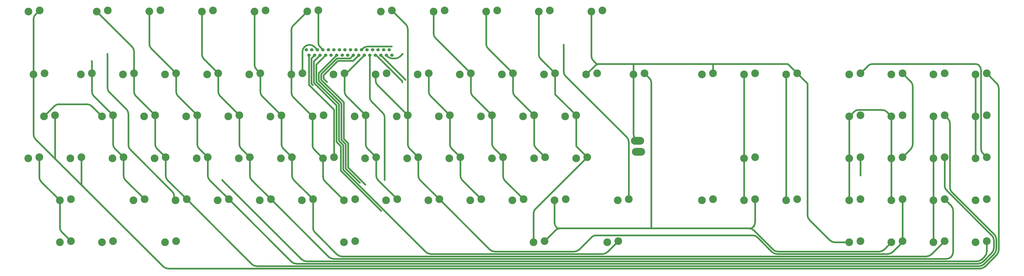
<source format=gbr>
%TF.GenerationSoftware,KiCad,Pcbnew,7.99.0-999-ge1db4e0694*%
%TF.CreationDate,2023-12-05T13:45:31-05:00*%
%TF.ProjectId,A1200KB,41313230-304b-4422-9e6b-696361645f70,rev?*%
%TF.SameCoordinates,Original*%
%TF.FileFunction,Copper,L2,Bot*%
%TF.FilePolarity,Positive*%
%FSLAX46Y46*%
G04 Gerber Fmt 4.6, Leading zero omitted, Abs format (unit mm)*
G04 Created by KiCad (PCBNEW 7.99.0-999-ge1db4e0694) date 2023-12-05 13:45:31*
%MOMM*%
%LPD*%
G01*
G04 APERTURE LIST*
%TA.AperFunction,ComponentPad*%
%ADD10C,3.500000*%
%TD*%
%TA.AperFunction,ComponentPad*%
%ADD11O,6.000000X3.500000*%
%TD*%
%TA.AperFunction,ComponentPad*%
%ADD12C,1.524000*%
%TD*%
%TA.AperFunction,ViaPad*%
%ADD13C,0.800000*%
%TD*%
%TA.AperFunction,Conductor*%
%ADD14C,0.800000*%
%TD*%
G04 APERTURE END LIST*
D10*
%TO.P,K1,1,COL*%
%TO.N,/15*%
X63358800Y-81111600D03*
%TO.P,K1,2,ROW*%
%TO.N,/7*%
X58358800Y-81611600D03*
%TD*%
%TO.P,K2,1,COL*%
%TO.N,/17*%
X89188050Y-81595400D03*
%TO.P,K2,2,ROW*%
%TO.N,/7*%
X94188050Y-81095400D03*
%TD*%
%TO.P,K3,1,COL*%
%TO.N,/18*%
X113000550Y-81583600D03*
%TO.P,K3,2,ROW*%
%TO.N,/7*%
X118000550Y-81083600D03*
%TD*%
%TO.P,K4,1,COL*%
%TO.N,/19*%
X136813050Y-81595400D03*
%TO.P,K4,2,ROW*%
%TO.N,/7*%
X141813050Y-81095400D03*
%TD*%
%TO.P,K5,1,COL*%
%TO.N,/20*%
X160625550Y-81595400D03*
%TO.P,K5,2,ROW*%
%TO.N,/7*%
X165625550Y-81095400D03*
%TD*%
%TO.P,K6,1,COL*%
%TO.N,/21*%
X184438050Y-81583600D03*
%TO.P,K6,2,ROW*%
%TO.N,/7*%
X189438050Y-81083600D03*
%TD*%
%TO.P,K7,1,COL*%
%TO.N,/7*%
X217775550Y-81595400D03*
%TO.P,K7,2,ROW*%
%TO.N,/23*%
X222775550Y-81095400D03*
%TD*%
%TO.P,K8,1,COL*%
%TO.N,/25*%
X241588050Y-81595400D03*
%TO.P,K8,2,ROW*%
%TO.N,/7*%
X246588050Y-81095400D03*
%TD*%
%TO.P,K9,1,COL*%
%TO.N,/26*%
X265400550Y-81595400D03*
%TO.P,K9,2,ROW*%
%TO.N,/7*%
X270400550Y-81095400D03*
%TD*%
%TO.P,K10,1,COL*%
%TO.N,/27*%
X289213050Y-81595400D03*
%TO.P,K10,2,ROW*%
%TO.N,/7*%
X294213050Y-81095400D03*
%TD*%
%TO.P,K11,1,COL*%
%TO.N,/28*%
X313025550Y-81595400D03*
%TO.P,K11,2,ROW*%
%TO.N,/7*%
X318025550Y-81095400D03*
%TD*%
%TO.P,K27,1,COL*%
%TO.N,/28*%
X368031800Y-109670400D03*
%TO.P,K27,2,ROW*%
%TO.N,/2*%
X363031800Y-110170400D03*
%TD*%
%TO.P,K29,1,COL*%
%TO.N,/16*%
X434706800Y-109670400D03*
%TO.P,K29,2,ROW*%
%TO.N,/7*%
X429706800Y-110170400D03*
%TD*%
%TO.P,K30,1,COL*%
%TO.N,/22*%
X453756800Y-109670400D03*
%TO.P,K30,2,ROW*%
%TO.N,/7*%
X448756800Y-110170400D03*
%TD*%
%TO.P,K31,1,COL*%
%TO.N,/24*%
X472806800Y-109670400D03*
%TO.P,K31,2,ROW*%
%TO.N,/7*%
X467806800Y-110170400D03*
%TD*%
%TO.P,K32,1,COL*%
%TO.N,/15*%
X491856800Y-109670400D03*
%TO.P,K32,2,ROW*%
%TO.N,/4*%
X486856800Y-110170400D03*
%TD*%
%TO.P,K47,1,COL*%
%TO.N,/25*%
X434706800Y-128720400D03*
%TO.P,K47,2,ROW*%
%TO.N,/4*%
X429706800Y-129220400D03*
%TD*%
%TO.P,K48,1,COL*%
%TO.N,/21*%
X453756800Y-128720400D03*
%TO.P,K48,2,ROW*%
%TO.N,/4*%
X448756800Y-129220400D03*
%TD*%
%TO.P,K49,1,COL*%
%TO.N,/17*%
X472806800Y-128720400D03*
%TO.P,K49,2,ROW*%
%TO.N,/4*%
X467806800Y-129220400D03*
%TD*%
%TO.P,K50,1,COL*%
%TO.N,/29*%
X491856800Y-128720400D03*
%TO.P,K50,2,ROW*%
%TO.N,/4*%
X486856800Y-129220400D03*
%TD*%
%TO.P,K65,1,COL*%
%TO.N,/5*%
X387081800Y-147770400D03*
%TO.P,K65,2,ROW*%
%TO.N,/29*%
X382081800Y-148270400D03*
%TD*%
%TO.P,K66,1,COL*%
%TO.N,/26*%
X434706800Y-147770400D03*
%TO.P,K66,2,ROW*%
%TO.N,/4*%
X429706800Y-148270400D03*
%TD*%
%TO.P,K67,1,COL*%
%TO.N,/22*%
X453756800Y-147770400D03*
%TO.P,K67,2,ROW*%
%TO.N,/4*%
X448756800Y-148270400D03*
%TD*%
%TO.P,K68,1,COL*%
%TO.N,/18*%
X472806800Y-147770400D03*
%TO.P,K68,2,ROW*%
%TO.N,/4*%
X467806800Y-148270400D03*
%TD*%
%TO.P,K69,1,COL*%
%TO.N,/16*%
X491856800Y-147770400D03*
%TO.P,K69,2,ROW*%
%TO.N,/4*%
X486856800Y-148270400D03*
%TD*%
%TO.P,K83,1,COL*%
%TO.N,/29*%
X368031800Y-166820400D03*
%TO.P,K83,2,ROW*%
%TO.N,/1*%
X363031800Y-167320400D03*
%TD*%
%TO.P,K84,1,COL*%
%TO.N,/3*%
X387081800Y-166820400D03*
%TO.P,K84,2,ROW*%
%TO.N,/29*%
X382081800Y-167320400D03*
%TD*%
%TO.P,K85,1,COL*%
%TO.N,/29*%
X406131800Y-166820400D03*
%TO.P,K85,2,ROW*%
%TO.N,/2*%
X401131800Y-167320400D03*
%TD*%
%TO.P,K86,1,COL*%
%TO.N,/27*%
X434706800Y-166820400D03*
%TO.P,K86,2,ROW*%
%TO.N,/4*%
X429706800Y-167320400D03*
%TD*%
%TO.P,K87,1,COL*%
%TO.N,/23*%
X453756800Y-166820400D03*
%TO.P,K87,2,ROW*%
%TO.N,/4*%
X448756800Y-167320400D03*
%TD*%
%TO.P,K88,1,COL*%
%TO.N,/19*%
X472806800Y-166820400D03*
%TO.P,K88,2,ROW*%
%TO.N,/4*%
X467806800Y-167320400D03*
%TD*%
%TO.P,K89,1,COL*%
%TO.N,/24*%
X491856800Y-185870400D03*
%TO.P,K89,2,ROW*%
%TO.N,/4*%
X486856800Y-186370400D03*
%TD*%
%TO.P,K95,1,COL*%
%TO.N,/4*%
X434706800Y-185870400D03*
%TO.P,K95,2,ROW*%
%TO.N,/28*%
X429706800Y-186370400D03*
%TD*%
%TO.P,K96,1,COL*%
%TO.N,/20*%
X472806800Y-185870400D03*
%TO.P,K96,2,ROW*%
%TO.N,/4*%
X467806800Y-186370400D03*
%TD*%
%TO.P,K28,1,COL*%
%TO.N,/29*%
X382081800Y-110170400D03*
%TO.P,K28,2,ROW*%
%TO.N,/7*%
X387081800Y-109670400D03*
%TD*%
%TO.P,K33,1,COL*%
%TO.N,/1*%
X65375550Y-129220400D03*
%TO.P,K33,2,ROW*%
%TO.N,/15*%
X70375550Y-128720400D03*
%TD*%
%TO.P,K92,1,COL*%
%TO.N,/27*%
X120144300Y-186370400D03*
%TO.P,K92,2,ROW*%
%TO.N,/3*%
X125144300Y-185870400D03*
%TD*%
%TO.P,K16,1,COL*%
%TO.N,/19*%
X144194300Y-109670400D03*
%TO.P,K16,2,ROW*%
%TO.N,/5*%
X139194300Y-110170400D03*
%TD*%
%TO.P,K13,1,COL*%
%TO.N,/16*%
X87044300Y-109670400D03*
%TO.P,K13,2,ROW*%
%TO.N,/5*%
X82044300Y-110170400D03*
%TD*%
%TO.P,K21,1,COL*%
%TO.N,/24*%
X239444300Y-109670400D03*
%TO.P,K21,2,ROW*%
%TO.N,/5*%
X234444300Y-110170400D03*
%TD*%
%TO.P,K19,1,COL*%
%TO.N,/22*%
X201344300Y-109670400D03*
%TO.P,K19,2,ROW*%
%TO.N,/5*%
X196344300Y-110170400D03*
%TD*%
%TO.P,K14,1,COL*%
%TO.N,/17*%
X106094300Y-109670400D03*
%TO.P,K14,2,ROW*%
%TO.N,/5*%
X101094300Y-110170400D03*
%TD*%
%TO.P,K23,1,COL*%
%TO.N,/26*%
X277544300Y-109670400D03*
%TO.P,K23,2,ROW*%
%TO.N,/5*%
X272544300Y-110170400D03*
%TD*%
%TO.P,K17,1,COL*%
%TO.N,/20*%
X163244300Y-109670400D03*
%TO.P,K17,2,ROW*%
%TO.N,/5*%
X158244300Y-110170400D03*
%TD*%
%TO.P,K20,1,COL*%
%TO.N,/5*%
X220394300Y-109670400D03*
%TO.P,K20,2,ROW*%
%TO.N,/23*%
X215394300Y-110170400D03*
%TD*%
%TO.P,K18,1,COL*%
%TO.N,/5*%
X182294300Y-109670400D03*
%TO.P,K18,2,ROW*%
%TO.N,/21*%
X177294300Y-110170400D03*
%TD*%
%TO.P,K15,1,COL*%
%TO.N,/18*%
X125144300Y-109670400D03*
%TO.P,K15,2,ROW*%
%TO.N,/5*%
X120144300Y-110170400D03*
%TD*%
D11*
%TO.P,K46,1,COL*%
%TO.N,/1*%
X334369300Y-145280400D03*
%TO.P,K46,2,ROW*%
%TO.N,/28*%
X333869300Y-140280400D03*
%TD*%
D10*
%TO.P,K60,1,COL*%
%TO.N,/23*%
X234681800Y-147770400D03*
%TO.P,K60,2,ROW*%
%TO.N,/2*%
X229681800Y-148270400D03*
%TD*%
%TO.P,K22,1,COL*%
%TO.N,/25*%
X258494300Y-109670400D03*
%TO.P,K22,2,ROW*%
%TO.N,/5*%
X253494300Y-110170400D03*
%TD*%
%TO.P,K53,1,COL*%
%TO.N,/16*%
X101331800Y-147770400D03*
%TO.P,K53,2,ROW*%
%TO.N,/2*%
X96331800Y-148270400D03*
%TD*%
%TO.P,K54,1,COL*%
%TO.N,/17*%
X120381800Y-147770400D03*
%TO.P,K54,2,ROW*%
%TO.N,/2*%
X115381800Y-148270400D03*
%TD*%
%TO.P,K64,1,COL*%
%TO.N,/27*%
X311135800Y-147801650D03*
%TO.P,K64,2,ROW*%
%TO.N,/2*%
X306135800Y-148301650D03*
%TD*%
%TO.P,K58,1,COL*%
%TO.N,/2*%
X196581800Y-147770400D03*
%TO.P,K58,2,ROW*%
%TO.N,/21*%
X191581800Y-148270400D03*
%TD*%
%TO.P,K59,1,COL*%
%TO.N,/22*%
X215631800Y-147770400D03*
%TO.P,K59,2,ROW*%
%TO.N,/2*%
X210631800Y-148270400D03*
%TD*%
%TO.P,K45,1,COL*%
%TO.N,/27*%
X306119300Y-128720400D03*
%TO.P,K45,2,ROW*%
%TO.N,/1*%
X301119300Y-129220400D03*
%TD*%
%TO.P,K63,1,COL*%
%TO.N,/26*%
X292085800Y-147770400D03*
%TO.P,K63,2,ROW*%
%TO.N,/2*%
X287085800Y-148270400D03*
%TD*%
%TO.P,K62,1,COL*%
%TO.N,/25*%
X273035800Y-147770400D03*
%TO.P,K62,2,ROW*%
%TO.N,/2*%
X268035800Y-148270400D03*
%TD*%
%TO.P,K55,1,COL*%
%TO.N,/18*%
X139431800Y-147770400D03*
%TO.P,K55,2,ROW*%
%TO.N,/2*%
X134431800Y-148270400D03*
%TD*%
%TO.P,K61,1,COL*%
%TO.N,/24*%
X253731800Y-147770400D03*
%TO.P,K61,2,ROW*%
%TO.N,/2*%
X248731800Y-148270400D03*
%TD*%
%TO.P,K57,1,COL*%
%TO.N,/20*%
X177531800Y-147770400D03*
%TO.P,K57,2,ROW*%
%TO.N,/2*%
X172531800Y-148270400D03*
%TD*%
%TO.P,K56,1,COL*%
%TO.N,/19*%
X158481800Y-147770400D03*
%TO.P,K56,2,ROW*%
%TO.N,/2*%
X153481800Y-148270400D03*
%TD*%
%TO.P,K34,1,COL*%
%TO.N,/16*%
X96569300Y-128720400D03*
%TO.P,K34,2,ROW*%
%TO.N,/1*%
X91569300Y-129220400D03*
%TD*%
%TO.P,K40,1,COL*%
%TO.N,/22*%
X210869300Y-128720400D03*
%TO.P,K40,2,ROW*%
%TO.N,/1*%
X205869300Y-129220400D03*
%TD*%
%TO.P,K39,1,COL*%
%TO.N,/1*%
X191819300Y-128720400D03*
%TO.P,K39,2,ROW*%
%TO.N,/21*%
X186819300Y-129220400D03*
%TD*%
%TO.P,K42,1,COL*%
%TO.N,/24*%
X248969300Y-128720400D03*
%TO.P,K42,2,ROW*%
%TO.N,/1*%
X243969300Y-129220400D03*
%TD*%
%TO.P,K26,1,COL*%
%TO.N,/28*%
X332075550Y-110170400D03*
%TO.P,K26,2,ROW*%
%TO.N,/3*%
X337075550Y-109670400D03*
%TD*%
%TO.P,K36,1,COL*%
%TO.N,/18*%
X134669300Y-128720400D03*
%TO.P,K36,2,ROW*%
%TO.N,/1*%
X129669300Y-129220400D03*
%TD*%
%TO.P,K25,1,COL*%
%TO.N,/5*%
X315644300Y-109670400D03*
%TO.P,K25,2,ROW*%
%TO.N,/28*%
X310644300Y-110170400D03*
%TD*%
%TO.P,K44,1,COL*%
%TO.N,/26*%
X287069300Y-128720400D03*
%TO.P,K44,2,ROW*%
%TO.N,/1*%
X282069300Y-129220400D03*
%TD*%
%TO.P,K41,1,COL*%
%TO.N,/23*%
X229919300Y-128720400D03*
%TO.P,K41,2,ROW*%
%TO.N,/1*%
X224919300Y-129220400D03*
%TD*%
%TO.P,K35,1,COL*%
%TO.N,/17*%
X115619300Y-128720400D03*
%TO.P,K35,2,ROW*%
%TO.N,/1*%
X110619300Y-129220400D03*
%TD*%
%TO.P,K38,1,COL*%
%TO.N,/20*%
X172769300Y-128799200D03*
%TO.P,K38,2,ROW*%
%TO.N,/1*%
X167769300Y-129299200D03*
%TD*%
%TO.P,K24,1,COL*%
%TO.N,/27*%
X296594300Y-109670400D03*
%TO.P,K24,2,ROW*%
%TO.N,/5*%
X291594300Y-110170400D03*
%TD*%
%TO.P,K37,1,COL*%
%TO.N,/19*%
X153719300Y-128720400D03*
%TO.P,K37,2,ROW*%
%TO.N,/1*%
X148719300Y-129220400D03*
%TD*%
%TO.P,K43,1,COL*%
%TO.N,/25*%
X268019300Y-128720400D03*
%TO.P,K43,2,ROW*%
%TO.N,/1*%
X263019300Y-129220400D03*
%TD*%
%TO.P,K94,1,COL*%
%TO.N,/8*%
X325169300Y-185870400D03*
%TO.P,K94,2,ROW*%
%TO.N,/30*%
X320169300Y-186370400D03*
%TD*%
%TO.P,K91,1,COL*%
%TO.N,/30*%
X96569300Y-185870400D03*
%TO.P,K91,2,ROW*%
%TO.N,/14*%
X91569300Y-186370400D03*
%TD*%
%TO.P,K70,1,COL*%
%TO.N,/30*%
X72519300Y-167320400D03*
%TO.P,K70,2,ROW*%
%TO.N,/12*%
X77519300Y-166820400D03*
%TD*%
%TO.P,K52,1,COL*%
%TO.N,/15*%
X82281800Y-147770400D03*
%TO.P,K52,2,ROW*%
%TO.N,/2*%
X77281800Y-148270400D03*
%TD*%
%TO.P,K12,1,COL*%
%TO.N,/15*%
X60613050Y-110170400D03*
%TO.P,K12,2,ROW*%
%TO.N,/5*%
X65613050Y-109670400D03*
%TD*%
%TO.P,K90,1,COL*%
%TO.N,/30*%
X77519300Y-185870400D03*
%TO.P,K90,2,ROW*%
%TO.N,/13*%
X72519300Y-186370400D03*
%TD*%
%TO.P,K82,1,COL*%
%TO.N,/6*%
X324931800Y-167320400D03*
%TO.P,K82,2,ROW*%
%TO.N,/30*%
X329931800Y-166820400D03*
%TD*%
%TO.P,K51,1,COL*%
%TO.N,/30*%
X63231800Y-147770400D03*
%TO.P,K51,2,ROW*%
%TO.N,/11*%
X58231800Y-148270400D03*
%TD*%
%TO.P,K72,1,COL*%
%TO.N,/16*%
X110856800Y-166820400D03*
%TO.P,K72,2,ROW*%
%TO.N,/3*%
X105856800Y-167320400D03*
%TD*%
%TO.P,K73,1,COL*%
%TO.N,/17*%
X129906800Y-166820400D03*
%TO.P,K73,2,ROW*%
%TO.N,/3*%
X124906800Y-167320400D03*
%TD*%
%TO.P,K78,1,COL*%
%TO.N,/22*%
X225156800Y-166820400D03*
%TO.P,K78,2,ROW*%
%TO.N,/3*%
X220156800Y-167320400D03*
%TD*%
%TO.P,K80,1,COL*%
%TO.N,/24*%
X263250800Y-166842400D03*
%TO.P,K80,2,ROW*%
%TO.N,/3*%
X258250800Y-167342400D03*
%TD*%
%TO.P,K76,1,COL*%
%TO.N,/20*%
X187056800Y-166820400D03*
%TO.P,K76,2,ROW*%
%TO.N,/3*%
X182056800Y-167320400D03*
%TD*%
%TO.P,K71,1,COL*%
%TO.N,/15*%
X301356800Y-166820400D03*
%TO.P,K71,2,ROW*%
%TO.N,/3*%
X296356800Y-167320400D03*
%TD*%
%TO.P,K81,1,COL*%
%TO.N,/25*%
X282306800Y-166820400D03*
%TO.P,K81,2,ROW*%
%TO.N,/3*%
X277306800Y-167320400D03*
%TD*%
%TO.P,K79,1,COL*%
%TO.N,/23*%
X244210800Y-166822400D03*
%TO.P,K79,2,ROW*%
%TO.N,/3*%
X239210800Y-167322400D03*
%TD*%
%TO.P,K74,1,COL*%
%TO.N,/18*%
X148956800Y-166820400D03*
%TO.P,K74,2,ROW*%
%TO.N,/3*%
X143956800Y-167320400D03*
%TD*%
%TO.P,K75,1,COL*%
%TO.N,/19*%
X168006800Y-166820400D03*
%TO.P,K75,2,ROW*%
%TO.N,/3*%
X163006800Y-167320400D03*
%TD*%
%TO.P,K77,1,COL*%
%TO.N,/3*%
X206106800Y-166820400D03*
%TO.P,K77,2,ROW*%
%TO.N,/21*%
X201106800Y-167320400D03*
%TD*%
%TO.P,K101,1,COL*%
%TO.N,/1*%
X334369300Y-145280400D03*
%TO.P,K101,2,ROW*%
%TO.N,/28*%
X333869300Y-140280400D03*
%TD*%
%TO.P,K100,1,COL*%
%TO.N,/23*%
X453756800Y-185870400D03*
%TO.P,K100,2,ROW*%
%TO.N,/3*%
X448756800Y-186370400D03*
%TD*%
%TO.P,K98,1,COL*%
%TO.N,/27*%
X286831800Y-186370400D03*
%TO.P,K98,2,ROW*%
%TO.N,/3*%
X291831800Y-185870400D03*
%TD*%
%TO.P,K97,1,COL*%
%TO.N,/27*%
X201106800Y-186401650D03*
%TO.P,K97,2,ROW*%
%TO.N,/3*%
X206106800Y-185901650D03*
%TD*%
%TO.P,K93,1,COL*%
%TO.N,/28*%
X406131800Y-109670400D03*
%TO.P,K93,2,ROW*%
%TO.N,/2*%
X401131800Y-110170400D03*
%TD*%
%TO.P,K99,1,COL*%
%TO.N,/27*%
X491856800Y-166820400D03*
%TO.P,K99,2,ROW*%
%TO.N,/5*%
X486856800Y-167320400D03*
%TD*%
D12*
%TO.P,J1,1,Pin_1*%
%TO.N,/1*%
X184016800Y-98962400D03*
%TO.P,J1,2,Pin_2*%
%TO.N,/2*%
X185266800Y-101462400D03*
%TO.P,J1,3,Pin_3*%
%TO.N,/3*%
X186516800Y-98962400D03*
%TO.P,J1,4,Pin_4*%
%TO.N,/4*%
X187766800Y-101462400D03*
%TO.P,J1,5,Pin_5*%
%TO.N,/5*%
X189016800Y-98962400D03*
%TO.P,J1,6,Pin_6*%
%TO.N,/6*%
X190266800Y-101462400D03*
%TO.P,J1,7,Pin_7*%
%TO.N,/7*%
X191516800Y-98962400D03*
%TO.P,J1,8,Pin_8*%
%TO.N,/8*%
X192766800Y-101462400D03*
%TO.P,J1,9,Pin_9*%
%TO.N,/9*%
X194016800Y-98962400D03*
%TO.P,J1,10,Pin_10*%
%TO.N,/10*%
X195266800Y-101462400D03*
%TO.P,J1,11,Pin_11*%
%TO.N,/11*%
X196516800Y-98962400D03*
%TO.P,J1,12,Pin_12*%
%TO.N,/12*%
X197766800Y-101462400D03*
%TO.P,J1,13,Pin_13*%
%TO.N,/13*%
X199016800Y-98962400D03*
%TO.P,J1,14,Pin_14*%
%TO.N,/14*%
X200266800Y-101462400D03*
%TO.P,J1,15,Pin_15*%
%TO.N,/15*%
X201516800Y-98962400D03*
%TO.P,J1,16,Pin_16*%
%TO.N,/16*%
X202766800Y-101462400D03*
%TO.P,J1,17,Pin_17*%
%TO.N,/17*%
X204016800Y-98962400D03*
%TO.P,J1,18,Pin_18*%
%TO.N,/18*%
X205266800Y-101462400D03*
%TO.P,J1,19,Pin_19*%
%TO.N,/19*%
X206516800Y-98962400D03*
%TO.P,J1,20,Pin_20*%
%TO.N,/20*%
X207766800Y-101462400D03*
%TO.P,J1,21,Pin_21*%
%TO.N,/21*%
X209016800Y-98962400D03*
%TO.P,J1,22,Pin_22*%
%TO.N,/22*%
X210266800Y-101462400D03*
%TO.P,J1,23,Pin_23*%
%TO.N,/23*%
X211516800Y-98962400D03*
%TO.P,J1,24,Pin_24*%
%TO.N,/24*%
X212766800Y-101462400D03*
%TO.P,J1,25,Pin_25*%
%TO.N,/25*%
X214016800Y-98962400D03*
%TO.P,J1,26,Pin_26*%
%TO.N,/26*%
X215266800Y-101462400D03*
%TO.P,J1,27,Pin_27*%
%TO.N,/27*%
X216516800Y-98962400D03*
%TO.P,J1,28,Pin_28*%
%TO.N,/28*%
X217766800Y-101462400D03*
%TO.P,J1,29,Pin_29*%
%TO.N,/29*%
X219016800Y-98962400D03*
%TO.P,J1,30,Pin_30*%
%TO.N,/30*%
X220266800Y-101462400D03*
%TO.P,J1,31,Pin_31*%
%TO.N,/31*%
X221516800Y-98962400D03*
%TO.P,J1,32,Pin_32*%
%TO.N,unconnected-(J1-Pin_32-Pad32)*%
X222766800Y-101462400D03*
%TD*%
D13*
%TO.N,/15*%
X87719300Y-165764150D03*
%TO.N,/18*%
X142416175Y-160279775D03*
X210750550Y-160207900D03*
%TO.N,/20*%
X165395525Y-121425425D03*
X193361709Y-113645741D03*
%TO.N,/21*%
X222656800Y-97501650D03*
%TO.N,/25*%
X249644300Y-100858900D03*
%TO.N,/26*%
X277544300Y-113719400D03*
X227419300Y-113719400D03*
X434706800Y-156056900D03*
%TO.N,/27*%
X290125550Y-103057900D03*
%TO.N,/28*%
X228819800Y-112582900D03*
%TO.N,/30*%
X300444300Y-96693966D03*
X227601550Y-100858900D03*
%TO.N,/6*%
X217894300Y-172114150D03*
%TO.N,/16*%
X86925550Y-104157400D03*
%TO.N,/3*%
X94069300Y-100858900D03*
%TO.N,/12*%
X208246282Y-159291132D03*
%TO.N,/4*%
X186921764Y-114980436D03*
%TO.N,/24*%
X146059925Y-158080775D03*
X254610480Y-158202080D03*
X219481800Y-158080775D03*
%TD*%
D14*
%TO.N,/7*%
X189438050Y-81083600D02*
X189438050Y-95641009D01*
X190316730Y-97762330D02*
X191516800Y-98962400D01*
X189438029Y-95641009D02*
G75*
G03*
X190316730Y-97762330I2999971J9D01*
G01*
%TO.N,/15*%
X496415620Y-114229220D02*
X491856800Y-109670400D01*
X72638050Y-150682900D02*
X61491729Y-139536579D01*
X85338050Y-163382900D02*
X72638050Y-150682900D01*
X82281800Y-160326650D02*
X85338050Y-163382900D01*
X70375550Y-148420400D02*
X72638050Y-150682900D01*
X491029230Y-197429220D02*
X496415621Y-192042829D01*
X82281800Y-147770400D02*
X82281800Y-160326650D01*
X85338050Y-163382900D02*
X87719300Y-165764150D01*
X121505691Y-198307900D02*
X488907909Y-198307900D01*
X87719300Y-165764150D02*
X119384371Y-197429221D01*
X60613050Y-137415259D02*
X60613050Y-110170400D01*
X61491730Y-82978670D02*
X63358800Y-81111600D01*
X70375550Y-128720400D02*
X70375550Y-148420400D01*
X60613050Y-110170400D02*
X60613050Y-85099991D01*
X497294300Y-189921509D02*
X497294300Y-116350541D01*
X61491724Y-82978664D02*
G75*
G03*
X60613050Y-85099991I2121376J-2121336D01*
G01*
X488907909Y-198307906D02*
G75*
G03*
X491029230Y-197429220I-9J3000006D01*
G01*
X60613065Y-137415259D02*
G75*
G03*
X61491730Y-139536578I2999935J-41D01*
G01*
X119384376Y-197429216D02*
G75*
G03*
X121505691Y-198307900I2121324J2121316D01*
G01*
X497294271Y-116350541D02*
G75*
G03*
X496415620Y-114229220I-2999971J41D01*
G01*
X496415616Y-192042824D02*
G75*
G03*
X497294300Y-189921509I-2121316J2121324D01*
G01*
%TO.N,/17*%
X121260480Y-158174080D02*
X129906800Y-166820400D01*
X496194800Y-189466081D02*
X496194800Y-184957291D01*
X490573802Y-196329720D02*
X495316121Y-191587401D01*
X106972980Y-120074080D02*
X115619300Y-128720400D01*
X474377620Y-130291220D02*
X472806800Y-128720400D01*
X161537441Y-197208400D02*
X488452481Y-197208400D01*
X106094300Y-109670400D02*
X106094300Y-99744291D01*
X495316120Y-182835970D02*
X476134979Y-163654829D01*
X475256300Y-161533509D02*
X475256300Y-132412541D01*
X105215620Y-97622970D02*
X89188050Y-81595400D01*
X120381800Y-147770400D02*
X120381800Y-156052759D01*
X115619300Y-128720400D02*
X115619300Y-141765259D01*
X106094300Y-109670400D02*
X106094300Y-117952759D01*
X116497980Y-143886580D02*
X120381800Y-147770400D01*
X129906800Y-166820400D02*
X159416121Y-196329721D01*
X159416101Y-196329741D02*
G75*
G03*
X161537441Y-197208400I2121299J2121341D01*
G01*
X496194806Y-184957291D02*
G75*
G03*
X495316120Y-182835970I-3000006J-9D01*
G01*
X106094329Y-117952759D02*
G75*
G03*
X106972980Y-120074080I2999971J-41D01*
G01*
X495316130Y-191587410D02*
G75*
G03*
X496194800Y-189466081I-2121330J2121310D01*
G01*
X115619329Y-141765259D02*
G75*
G03*
X116497980Y-143886580I2999971J-41D01*
G01*
X120381829Y-156052759D02*
G75*
G03*
X121260480Y-158174080I2999971J-41D01*
G01*
X475256271Y-132412541D02*
G75*
G03*
X474377620Y-130291220I-2999971J41D01*
G01*
X106094306Y-99744291D02*
G75*
G03*
X105215620Y-97622970I-3000006J-9D01*
G01*
X488452481Y-197208386D02*
G75*
G03*
X490573801Y-196329719I19J2999986D01*
G01*
X475256294Y-161533509D02*
G75*
G03*
X476134979Y-163654829I3000006J9D01*
G01*
%TO.N,/18*%
X179487941Y-196108900D02*
X487997053Y-196108900D01*
X140310480Y-158174080D02*
X142416175Y-160279775D01*
X113879230Y-98405330D02*
X125144300Y-109670400D01*
X202936550Y-152491616D02*
X203001694Y-152491616D01*
X134669300Y-128720400D02*
X134669300Y-141765259D01*
X200979800Y-139422366D02*
X202936550Y-141379116D01*
X125144300Y-109670400D02*
X125144300Y-117952759D01*
X203001694Y-152491616D02*
X210717978Y-160207900D01*
X135547980Y-143886580D02*
X139431800Y-147770400D01*
X139431800Y-147770400D02*
X139431800Y-156052759D01*
X494216620Y-183291398D02*
X473685479Y-162760257D01*
X142416175Y-160279775D02*
X148956800Y-166820400D01*
X203805300Y-102923900D02*
X197860228Y-102923900D01*
X197860228Y-102923900D02*
X190764300Y-110019828D01*
X472806800Y-160638937D02*
X472806800Y-147770400D01*
X190764300Y-110019828D02*
X190764300Y-112603260D01*
X205266800Y-101462400D02*
X203805300Y-102923900D01*
X190764300Y-112603260D02*
X200979800Y-122818760D01*
X113000550Y-81583600D02*
X113000550Y-96284009D01*
X148956800Y-166820400D02*
X177366621Y-195230221D01*
X200979800Y-122818760D02*
X200979800Y-139422366D01*
X210717978Y-160207900D02*
X210750550Y-160207900D01*
X490118374Y-195230220D02*
X494216621Y-191131973D01*
X202936550Y-141379116D02*
X202936550Y-152491616D01*
X126022980Y-120074080D02*
X134669300Y-128720400D01*
X495095300Y-189010653D02*
X495095300Y-185412719D01*
X177366601Y-195230241D02*
G75*
G03*
X179487941Y-196108900I2121299J2121341D01*
G01*
X494216644Y-191131996D02*
G75*
G03*
X495095300Y-189010653I-2121344J2121296D01*
G01*
X125144329Y-117952759D02*
G75*
G03*
X126022980Y-120074080I2999971J-41D01*
G01*
X487997053Y-196108866D02*
G75*
G03*
X490118373Y-195230219I47J2999966D01*
G01*
X134669329Y-141765259D02*
G75*
G03*
X135547980Y-143886580I2999971J-41D01*
G01*
X472806774Y-160638937D02*
G75*
G03*
X473685479Y-162760257I3000026J37D01*
G01*
X495095286Y-185412719D02*
G75*
G03*
X494216619Y-183291399I-2999986J19D01*
G01*
X139431829Y-156052759D02*
G75*
G03*
X140310480Y-158174080I2999971J-41D01*
G01*
X113000559Y-96284009D02*
G75*
G03*
X113879231Y-98405329I3000041J9D01*
G01*
%TO.N,/19*%
X144194300Y-109670400D02*
X144194300Y-117952759D01*
X137691730Y-103167830D02*
X144194300Y-109670400D01*
X196338941Y-193909900D02*
X473656800Y-193909900D01*
X145072980Y-120074080D02*
X153719300Y-128720400D01*
X154597980Y-143886580D02*
X158481800Y-147770400D01*
X153719300Y-128720400D02*
X153719300Y-141765259D01*
X159360480Y-158174080D02*
X168006800Y-166820400D01*
X158481800Y-147770400D02*
X158481800Y-156052759D01*
X168006800Y-166820400D02*
X194217621Y-193031221D01*
X472806800Y-166820400D02*
X475778121Y-169791721D01*
X136813050Y-81595400D02*
X136813050Y-101046509D01*
X476656800Y-171913041D02*
X476656800Y-190909900D01*
X158481829Y-156052759D02*
G75*
G03*
X159360480Y-158174080I2999971J-41D01*
G01*
X476656771Y-171913041D02*
G75*
G03*
X475778121Y-169791721I-2999971J41D01*
G01*
X473656800Y-193909900D02*
G75*
G03*
X476656800Y-190909900I0J3000000D01*
G01*
X144194329Y-117952759D02*
G75*
G03*
X145072980Y-120074080I2999971J-41D01*
G01*
X136813059Y-101046509D02*
G75*
G03*
X137691731Y-103167829I3000041J9D01*
G01*
X153719329Y-141765259D02*
G75*
G03*
X154597980Y-143886580I2999971J-41D01*
G01*
X194217601Y-193031241D02*
G75*
G03*
X196338941Y-193909900I2121299J2121341D01*
G01*
%TO.N,/20*%
X164122980Y-120152880D02*
X165395525Y-121425425D01*
X172769300Y-128799200D02*
X172769300Y-141765259D01*
X205205800Y-104023400D02*
X198315656Y-104023400D01*
X160625550Y-81595400D02*
X160625550Y-105809009D01*
X187935480Y-181901580D02*
X197965621Y-191931721D01*
X191863800Y-112147832D02*
X193361709Y-113645741D01*
X200086941Y-192810400D02*
X464624159Y-192810400D01*
X187056800Y-166820400D02*
X187056800Y-179780259D01*
X161504230Y-107930330D02*
X163244300Y-109670400D01*
X165395525Y-121425425D02*
X172769300Y-128799200D01*
X191863800Y-110475256D02*
X191863800Y-112147832D01*
X198315656Y-104023400D02*
X191863800Y-110475256D01*
X177531800Y-147770400D02*
X177531800Y-156052759D01*
X466745480Y-191931720D02*
X472806800Y-185870400D01*
X178410480Y-158174080D02*
X187056800Y-166820400D01*
X173647980Y-143886580D02*
X177531800Y-147770400D01*
X163244300Y-109670400D02*
X163244300Y-118031559D01*
X207766800Y-101462400D02*
X205205800Y-104023400D01*
X160625529Y-105809009D02*
G75*
G03*
X161504230Y-107930330I2999971J9D01*
G01*
X464624159Y-192810371D02*
G75*
G03*
X466745480Y-191931720I41J2999971D01*
G01*
X197965601Y-191931741D02*
G75*
G03*
X200086941Y-192810400I2121299J2121341D01*
G01*
X187056829Y-179780259D02*
G75*
G03*
X187935480Y-181901580I2999971J-41D01*
G01*
X172769329Y-141765259D02*
G75*
G03*
X173647980Y-143886580I2999971J-41D01*
G01*
X177531829Y-156052759D02*
G75*
G03*
X178410480Y-158174080I2999971J-41D01*
G01*
X163244329Y-118031559D02*
G75*
G03*
X164122980Y-120152880I2999971J-41D01*
G01*
%TO.N,/21*%
X186819300Y-129220400D02*
X186819300Y-142265259D01*
X184438050Y-81583600D02*
X178172979Y-87848671D01*
X177294300Y-89969991D02*
X177294300Y-110170400D01*
X192460480Y-158674080D02*
X201106800Y-167320400D01*
X177294300Y-110170400D02*
X177294300Y-118452759D01*
X191581800Y-148270400D02*
X191581800Y-156552759D01*
X178172980Y-120574080D02*
X186819300Y-129220400D01*
X187697980Y-144386580D02*
X191581800Y-148270400D01*
X209016800Y-98962400D02*
X209599621Y-98379579D01*
X222656800Y-97500900D02*
X222656800Y-97501650D01*
X211720941Y-97500900D02*
X222656800Y-97500900D01*
X186819329Y-142265259D02*
G75*
G03*
X187697980Y-144386580I2999971J-41D01*
G01*
X211720941Y-97500929D02*
G75*
G03*
X209599621Y-98379579I-41J-2999971D01*
G01*
X191581829Y-156552759D02*
G75*
G03*
X192460480Y-158674080I2999971J-41D01*
G01*
X177294329Y-118452759D02*
G75*
G03*
X178172980Y-120574080I2999971J-41D01*
G01*
X178172984Y-87848676D02*
G75*
G03*
X177294300Y-89969991I2121316J-2121324D01*
G01*
%TO.N,/23*%
X453756800Y-186282900D02*
X453756800Y-166820400D01*
X307431980Y-189732720D02*
X313059371Y-184105329D01*
X453756800Y-166820400D02*
X453756800Y-185870400D01*
X234681800Y-147770400D02*
X234681800Y-156050759D01*
X269242441Y-190611400D02*
X305310659Y-190611400D01*
X229919300Y-128720400D02*
X229919300Y-141765259D01*
X215394300Y-110170400D02*
X215394300Y-112952759D01*
X222775550Y-81095400D02*
X229040621Y-87360471D01*
X216272980Y-115074080D02*
X229919300Y-128720400D01*
X229919300Y-89481791D02*
X229919300Y-128720400D01*
X388088730Y-184105330D02*
X394815621Y-190832221D01*
X235560480Y-158172080D02*
X244210800Y-166822400D01*
X396936941Y-191710900D02*
X447086159Y-191710900D01*
X230797980Y-143886580D02*
X234681800Y-147770400D01*
X449207480Y-190832220D02*
X453756800Y-186282900D01*
X244210800Y-166822400D02*
X267121121Y-189732721D01*
X315180691Y-183226650D02*
X385967409Y-183226650D01*
X315180691Y-183226629D02*
G75*
G03*
X313059371Y-184105329I9J-2999971D01*
G01*
X215394329Y-112952759D02*
G75*
G03*
X216272980Y-115074080I2999971J-41D01*
G01*
X229919306Y-89481791D02*
G75*
G03*
X229040621Y-87360471I-3000006J-9D01*
G01*
X305310659Y-190611371D02*
G75*
G03*
X307431980Y-189732720I41J2999971D01*
G01*
X388088715Y-184105345D02*
G75*
G03*
X385967409Y-183226650I-2121315J-2121255D01*
G01*
X234681829Y-156050759D02*
G75*
G03*
X235560480Y-158172080I2999971J-41D01*
G01*
X447086159Y-191710871D02*
G75*
G03*
X449207480Y-190832220I41J2999971D01*
G01*
X229919329Y-141765259D02*
G75*
G03*
X230797980Y-143886580I2999971J-41D01*
G01*
X267121101Y-189732741D02*
G75*
G03*
X269242441Y-190611400I2121299J2121341D01*
G01*
X394815601Y-190832241D02*
G75*
G03*
X396936941Y-191710900I2121299J2121341D01*
G01*
%TO.N,/25*%
X268897980Y-143632580D02*
X273035800Y-147770400D01*
X258494300Y-109670400D02*
X258494300Y-117952759D01*
X273914480Y-158428080D02*
X282306800Y-166820400D01*
X259372980Y-120074080D02*
X268019300Y-128720400D01*
X249644300Y-100820400D02*
X247191175Y-98367275D01*
X242466730Y-93642830D02*
X247191175Y-98367275D01*
X241588050Y-81595400D02*
X241588050Y-91521509D01*
X247191175Y-98367275D02*
X258494300Y-109670400D01*
X273035800Y-147770400D02*
X273035800Y-156306759D01*
X268019300Y-128720400D02*
X268019300Y-141511259D01*
X249644300Y-100858900D02*
X249644300Y-100820400D01*
X241588059Y-91521509D02*
G75*
G03*
X242466731Y-93642829I3000041J9D01*
G01*
X268019329Y-141511259D02*
G75*
G03*
X268897980Y-143632580I2999971J-41D01*
G01*
X273035829Y-156306759D02*
G75*
G03*
X273914480Y-158428080I2999971J-41D01*
G01*
X258494329Y-117952759D02*
G75*
G03*
X259372980Y-120074080I2999971J-41D01*
G01*
%TO.N,/26*%
X287947980Y-143632580D02*
X292085800Y-147770400D01*
X227419300Y-113231282D02*
X227419300Y-113719400D01*
X277544300Y-114170400D02*
X277544300Y-113719400D01*
X434706800Y-156056900D02*
X434706800Y-147770400D01*
X278422980Y-120074080D02*
X287069300Y-128720400D01*
X266279230Y-98405330D02*
X277544300Y-109670400D01*
X215650417Y-101462400D02*
X227419300Y-113231282D01*
X215266800Y-101462400D02*
X215650417Y-101462400D01*
X277544300Y-109670400D02*
X277544300Y-114170400D01*
X277544300Y-114170400D02*
X277544300Y-117952759D01*
X287069300Y-128720400D02*
X287069300Y-141511259D01*
X265400550Y-81595400D02*
X265400550Y-96284009D01*
X287069329Y-141511259D02*
G75*
G03*
X287947980Y-143632580I2999971J-41D01*
G01*
X265400559Y-96284009D02*
G75*
G03*
X266279231Y-98405329I3000041J9D01*
G01*
X277544329Y-117952759D02*
G75*
G03*
X278422980Y-120074080I2999971J-41D01*
G01*
%TO.N,/27*%
X290091730Y-103167830D02*
X296594300Y-109670400D01*
X289213050Y-81595400D02*
X289213050Y-100676650D01*
X286831800Y-173348291D02*
X286831800Y-186370400D01*
X306119300Y-128720400D02*
X306119300Y-142785150D01*
X289213050Y-100676650D02*
X289213050Y-101046509D01*
X296594300Y-109670400D02*
X296594300Y-119195400D01*
X296594300Y-119195400D02*
X306119300Y-128720400D01*
X306119300Y-142785150D02*
X311135800Y-147801650D01*
X311135800Y-147801650D02*
X287710479Y-171226971D01*
X289213059Y-101046509D02*
G75*
G03*
X290091731Y-103167829I3000041J9D01*
G01*
X287710484Y-171226976D02*
G75*
G03*
X286831800Y-173348291I2121316J-2121324D01*
G01*
%TO.N,/28*%
X332075550Y-105557900D02*
X332194300Y-105439150D01*
X316618191Y-105439150D02*
X317906800Y-105439150D01*
X310644300Y-110170400D02*
X314496871Y-106317829D01*
X406131800Y-109670400D02*
X401900550Y-105439150D01*
X228819800Y-112515400D02*
X228819800Y-112582900D01*
X332075550Y-110170400D02*
X332075550Y-105557900D01*
X410775550Y-174046509D02*
X410775550Y-114314150D01*
X217766800Y-101462400D02*
X228819800Y-112515400D01*
X368031800Y-109670400D02*
X368031800Y-105557900D01*
X315375550Y-105439150D02*
X313904229Y-103967829D01*
X368031800Y-105557900D02*
X367913050Y-105439150D01*
X367913050Y-105439150D02*
X401900550Y-105439150D01*
X313025550Y-101846509D02*
X313025550Y-81595400D01*
X332075550Y-110170400D02*
X332075550Y-137244009D01*
X332194300Y-105439150D02*
X367913050Y-105439150D01*
X317906800Y-105439150D02*
X315375550Y-105439150D01*
X420978120Y-185491720D02*
X411654229Y-176167829D01*
X429706800Y-186370400D02*
X423099441Y-186370400D01*
X410775550Y-114314150D02*
X406131800Y-109670400D01*
X317906800Y-105439150D02*
X332194300Y-105439150D01*
X410775529Y-174046509D02*
G75*
G03*
X411654229Y-176167829I2999971J9D01*
G01*
X332075559Y-137244009D02*
G75*
G03*
X332954231Y-139365329I3000041J9D01*
G01*
X313025529Y-101846509D02*
G75*
G03*
X313904229Y-103967829I2999971J9D01*
G01*
X420978100Y-185491740D02*
G75*
G03*
X423099441Y-186370400I2121300J2121340D01*
G01*
X316618191Y-105439129D02*
G75*
G03*
X314496871Y-106317829I9J-2999971D01*
G01*
%TO.N,/29*%
X382081800Y-148270400D02*
X382081800Y-167320400D01*
X382081800Y-110170400D02*
X382081800Y-148270400D01*
%TO.N,/30*%
X220266800Y-101462400D02*
X220983618Y-102179218D01*
X224293909Y-102923900D02*
X222970941Y-102923900D01*
X227601550Y-100858900D02*
X226415229Y-102045221D01*
X63231800Y-147770400D02*
X63231800Y-156790259D01*
X72519300Y-167320400D02*
X72519300Y-179627759D01*
X329931800Y-166820400D02*
X329931800Y-140786424D01*
X73397980Y-181749080D02*
X77519300Y-185870400D01*
X220849620Y-102045220D02*
X220266800Y-101462400D01*
X64110480Y-158911580D02*
X72519300Y-167320400D01*
X300444300Y-108813642D02*
X300444300Y-96693966D01*
X329053120Y-138665103D02*
X301322979Y-110934962D01*
X63231829Y-156790259D02*
G75*
G03*
X64110480Y-158911580I2999971J-41D01*
G01*
X72519329Y-179627759D02*
G75*
G03*
X73397980Y-181749080I2999971J-41D01*
G01*
X329931783Y-140786424D02*
G75*
G03*
X329053120Y-138665103I-2999983J24D01*
G01*
X220849600Y-102045240D02*
G75*
G03*
X222970941Y-102923900I2121300J2121340D01*
G01*
X224293909Y-102923906D02*
G75*
G03*
X226415229Y-102045221I-9J3000006D01*
G01*
X300444271Y-108813642D02*
G75*
G03*
X301322980Y-110934961I3000029J42D01*
G01*
%TO.N,/6*%
X199638050Y-153857900D02*
X217894300Y-172114150D01*
X197681300Y-140788650D02*
X199638050Y-142745400D01*
X187465800Y-104263400D02*
X187465800Y-113969544D01*
X190266800Y-101462400D02*
X187465800Y-104263400D01*
X197681300Y-124185044D02*
X197681300Y-140788650D01*
X199638050Y-142745400D02*
X199638050Y-153857900D01*
X187465800Y-113969544D02*
X197681300Y-124185044D01*
%TO.N,/5*%
X189016800Y-98962400D02*
X187640979Y-97586579D01*
X182294300Y-99860667D02*
X182294300Y-109670400D01*
X183325746Y-97586580D02*
X183172979Y-97739347D01*
X185519659Y-96707900D02*
X185447067Y-96707900D01*
X187640999Y-97586559D02*
G75*
G03*
X185519659Y-96707900I-2121299J-2121341D01*
G01*
X185447067Y-96707877D02*
G75*
G03*
X183325746Y-97586580I33J-3000023D01*
G01*
X183172996Y-97739364D02*
G75*
G03*
X182294300Y-99860667I2121304J-2121336D01*
G01*
%TO.N,/16*%
X97447980Y-143886580D02*
X101331800Y-147770400D01*
X440180691Y-105439150D02*
X486883003Y-105439150D01*
X87044300Y-104276150D02*
X86925550Y-104157400D01*
X96569300Y-128720400D02*
X96569300Y-141765259D01*
X101331800Y-147770400D02*
X101331800Y-156052759D01*
X87044300Y-109670400D02*
X87044300Y-104276150D01*
X489306300Y-108263472D02*
X489306300Y-143977259D01*
X102210480Y-158174080D02*
X110856800Y-166820400D01*
X87922980Y-120074080D02*
X96569300Y-128720400D01*
X87044300Y-109670400D02*
X87044300Y-117952759D01*
X434706800Y-109670400D02*
X438059371Y-106317829D01*
X490184980Y-146098580D02*
X491856800Y-147770400D01*
X440180691Y-105439129D02*
G75*
G03*
X438059371Y-106317829I9J-2999971D01*
G01*
X489306311Y-108263472D02*
G75*
G03*
X488396006Y-106065856I-3107911J-28D01*
G01*
X101331829Y-156052759D02*
G75*
G03*
X102210480Y-158174080I2999971J-41D01*
G01*
X96569329Y-141765259D02*
G75*
G03*
X97447980Y-143886580I2999971J-41D01*
G01*
X87044329Y-117952759D02*
G75*
G03*
X87922980Y-120074080I2999971J-41D01*
G01*
X488396013Y-106065849D02*
G75*
G03*
X486883003Y-105439150I-1513013J-1513051D01*
G01*
X489306329Y-143977259D02*
G75*
G03*
X490184980Y-146098580I2999971J-41D01*
G01*
%TO.N,/22*%
X458400550Y-115556791D02*
X458400550Y-141884009D01*
X453756800Y-109670400D02*
X457521871Y-113435471D01*
X215631800Y-147770400D02*
X215631800Y-156052759D01*
X216510480Y-158174080D02*
X225156800Y-166820400D01*
X210266800Y-101462400D02*
X202058800Y-109670400D01*
X210869300Y-128720400D02*
X210869300Y-141765259D01*
X457521870Y-144005330D02*
X453756800Y-147770400D01*
X202222980Y-120074080D02*
X210869300Y-128720400D01*
X211747980Y-143886580D02*
X215631800Y-147770400D01*
X201344300Y-109670400D02*
X201344300Y-117952759D01*
X458400571Y-115556791D02*
G75*
G03*
X457521871Y-113435471I-2999971J-9D01*
G01*
X457521855Y-144005315D02*
G75*
G03*
X458400550Y-141884009I-2121255J2121315D01*
G01*
X201344329Y-117952759D02*
G75*
G03*
X202222980Y-120074080I2999971J-41D01*
G01*
X215631829Y-156052759D02*
G75*
G03*
X216510480Y-158174080I2999971J-41D01*
G01*
X210869329Y-141765259D02*
G75*
G03*
X211747980Y-143886580I2999971J-41D01*
G01*
%TO.N,/8*%
X200737550Y-153402472D02*
X238167299Y-190832221D01*
X320207480Y-190832220D02*
X325169300Y-185870400D01*
X188565300Y-113514116D02*
X198780800Y-123729616D01*
X198780800Y-123729616D02*
X198780800Y-140333222D01*
X198780800Y-140333222D02*
X200737550Y-142289972D01*
X188565300Y-105663900D02*
X188565300Y-113514116D01*
X240288619Y-191710900D02*
X318086159Y-191710900D01*
X200737550Y-142289972D02*
X200737550Y-153402472D01*
X192766800Y-101462400D02*
X188565300Y-105663900D01*
X318086159Y-191710871D02*
G75*
G03*
X320207480Y-190832220I41J2999971D01*
G01*
X238167290Y-190832230D02*
G75*
G03*
X240288619Y-191710900I2121310J2121330D01*
G01*
%TO.N,/1*%
X72143191Y-123695400D02*
X84801659Y-123695400D01*
X65375550Y-129220400D02*
X70021871Y-124574079D01*
X86922980Y-124574080D02*
X91569300Y-129220400D01*
X86923000Y-124574060D02*
G75*
G03*
X84801659Y-123695400I-2121300J-2121340D01*
G01*
X72143191Y-123695394D02*
G75*
G03*
X70021871Y-124574079I9J-3000006D01*
G01*
%TO.N,/2*%
X401131800Y-110170400D02*
X401131800Y-167320400D01*
X196581800Y-126195400D02*
X185266800Y-114880400D01*
X185266800Y-114880400D02*
X185266800Y-101462400D01*
X196581800Y-147770400D02*
X196581800Y-126195400D01*
%TO.N,/3*%
X302031800Y-180051650D02*
X297650550Y-180051650D01*
X337075550Y-109670400D02*
X339253121Y-111847971D01*
X124231800Y-165419291D02*
X124231800Y-166645400D01*
X445394480Y-189732720D02*
X448756800Y-186370400D01*
X397392369Y-190611400D02*
X443273159Y-190611400D01*
X340131800Y-113969291D02*
X340131800Y-180051650D01*
X94069300Y-100858900D02*
X94069300Y-116153259D01*
X296356800Y-177515259D02*
X296356800Y-167320400D01*
X384347337Y-180051650D02*
X385484408Y-180051650D01*
X94947980Y-118274580D02*
X102665121Y-125991721D01*
X302031800Y-180051650D02*
X298893191Y-180051650D01*
X340131800Y-180051650D02*
X384347337Y-180051650D01*
X104422480Y-144367330D02*
X123353121Y-163297971D01*
X297650550Y-180051650D02*
X297235479Y-179636579D01*
X387081800Y-166820400D02*
X387081800Y-177317187D01*
X103543800Y-128113041D02*
X103543800Y-142246009D01*
X386468658Y-180930330D02*
X395271049Y-189732721D01*
X296771870Y-180930330D02*
X291831800Y-185870400D01*
X302031800Y-180051650D02*
X340131800Y-180051650D01*
X385484408Y-180051650D02*
X386620604Y-178915454D01*
X340131806Y-113969291D02*
G75*
G03*
X339253121Y-111847971I-3000006J-9D01*
G01*
X103543794Y-142246009D02*
G75*
G03*
X104422480Y-144367330I3000006J9D01*
G01*
X94069329Y-116153259D02*
G75*
G03*
X94947980Y-118274580I2999971J-41D01*
G01*
X395271065Y-189732705D02*
G75*
G03*
X397392369Y-190611400I2121335J2121305D01*
G01*
X386203126Y-179438514D02*
G75*
G03*
X387081800Y-177317187I-2121326J2121314D01*
G01*
X296356829Y-177515259D02*
G75*
G03*
X297235479Y-179636579I2999971J-41D01*
G01*
X298893191Y-180051659D02*
G75*
G03*
X296771871Y-180930331I9J-3000041D01*
G01*
X124231806Y-165419291D02*
G75*
G03*
X123353121Y-163297971I-3000006J-9D01*
G01*
X443273159Y-190611371D02*
G75*
G03*
X445394480Y-189732720I41J2999971D01*
G01*
X103543771Y-128113041D02*
G75*
G03*
X102665121Y-125991721I-2999971J41D01*
G01*
X386468650Y-180930338D02*
G75*
G03*
X384347337Y-180051650I-2121350J-2121362D01*
G01*
%TO.N,/12*%
X201837050Y-141834544D02*
X201837050Y-152947044D01*
X189664800Y-109564400D02*
X189664800Y-113058688D01*
X197766800Y-101462400D02*
X189664800Y-109564400D01*
X201837050Y-152947044D02*
X208181138Y-159291132D01*
X189664800Y-113058688D02*
X199880300Y-123274188D01*
X199880300Y-139877794D02*
X201837050Y-141834544D01*
X199880300Y-123274188D02*
X199880300Y-139877794D01*
X208181138Y-159291132D02*
X208246282Y-159291132D01*
%TO.N,/4*%
X186366300Y-102862900D02*
X186366300Y-114424972D01*
X186366300Y-114424972D02*
X186921764Y-114980436D01*
X486856800Y-110170400D02*
X486856800Y-148270400D01*
X431777620Y-127149580D02*
X429706800Y-129220400D01*
X429706800Y-129220400D02*
X429706800Y-167320400D01*
X467806800Y-129220400D02*
X467806800Y-167320400D01*
X448756800Y-129220400D02*
X446685979Y-127149579D01*
X444564659Y-126270900D02*
X433898941Y-126270900D01*
X448756800Y-129220400D02*
X448756800Y-167320400D01*
X467806800Y-167320400D02*
X467806800Y-186370400D01*
X187766800Y-101462400D02*
X186366300Y-102862900D01*
X433898941Y-126270929D02*
G75*
G03*
X431777620Y-127149580I-41J-2999971D01*
G01*
X446685999Y-127149559D02*
G75*
G03*
X444564659Y-126270900I-2121299J-2121341D01*
G01*
%TO.N,/24*%
X146059925Y-158223525D02*
X146059925Y-158080775D01*
X184088441Y-195009400D02*
X487541625Y-195009400D01*
X219481800Y-129700541D02*
X219481800Y-158080775D01*
X239444300Y-109670400D02*
X239444300Y-117952759D01*
X249847980Y-143886580D02*
X253731800Y-147770400D01*
X253731800Y-147770400D02*
X253731800Y-156080759D01*
X240322980Y-120074080D02*
X248969300Y-128720400D01*
X491856800Y-185870400D02*
X491856800Y-190694225D01*
X254610480Y-158202080D02*
X263250800Y-166842400D01*
X181967120Y-194130720D02*
X146059925Y-158223525D01*
X248969300Y-128720400D02*
X248969300Y-141765259D01*
X213645480Y-122621580D02*
X218603121Y-127579221D01*
X490978120Y-192815546D02*
X489662945Y-194130721D01*
X212766800Y-101462400D02*
X212766800Y-120500259D01*
X248969329Y-141765259D02*
G75*
G03*
X249847980Y-143886580I2999971J-41D01*
G01*
X181967100Y-194130740D02*
G75*
G03*
X184088441Y-195009400I2121300J2121340D01*
G01*
X487541625Y-195009417D02*
G75*
G03*
X489662944Y-194130720I-25J3000017D01*
G01*
X239444329Y-117952759D02*
G75*
G03*
X240322980Y-120074080I2999971J-41D01*
G01*
X253731829Y-156080759D02*
G75*
G03*
X254610480Y-158202080I2999971J-41D01*
G01*
X219481771Y-129700541D02*
G75*
G03*
X218603121Y-127579221I-2999971J41D01*
G01*
X490978107Y-192815533D02*
G75*
G03*
X491856800Y-190694225I-2121307J2121333D01*
G01*
X212766829Y-120500259D02*
G75*
G03*
X213645480Y-122621580I2999971J-41D01*
G01*
%TD*%
M02*

</source>
